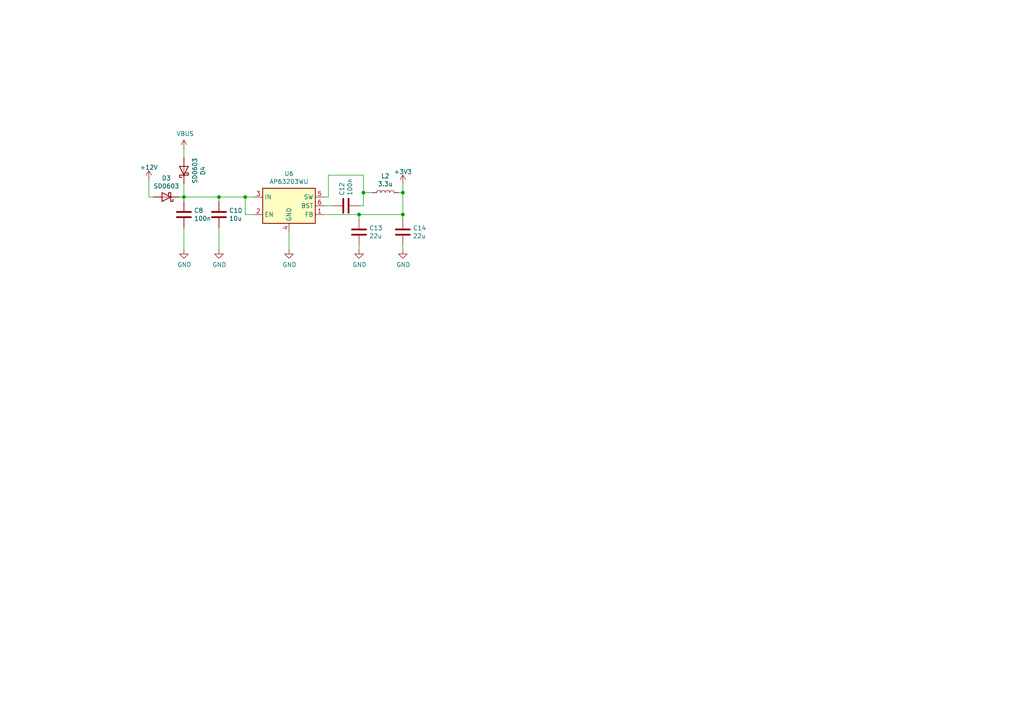
<source format=kicad_sch>
(kicad_sch (version 20230121) (generator eeschema)
  (paper "A4")
  (lib_symbols
    (symbol "Device:C" (pin_numbers hide) (pin_names (offset 0.254))
      (property "Reference" "C" (at 0.635 2.54 0))
      (property "Value" "C" (at 0.635 -2.54 0))
      (symbol "C_0_1"
        (polyline (pts (xy -2.032 -0.762) (xy 2.032 -0.762)) (stroke (width 0.508)))
        (polyline (pts (xy -2.032 0.762) (xy 2.032 0.762)) (stroke (width 0.508)))
      )
      (symbol "C_1_1"
        (pin passive line (at 0 3.81 270) (length 2.794) (name "~") (number "1"))
        (pin passive line (at 0 -3.81 90) (length 2.794) (name "~") (number "2"))
      )
    )
    (symbol "Device:D_Schottky" (pin_numbers hide) (pin_names (offset 1.016) hide)
      (property "Reference" "D" (at 0 2.54 0))
      (property "Value" "D_Schottky" (at 0 -2.54 0))
      (symbol "D_Schottky_0_1"
        (polyline (pts (xy 1.27 0) (xy -1.27 0)))
        (polyline (pts (xy 1.27 1.27) (xy 1.27 -1.27) (xy -1.27 0) (xy 1.27 1.27)) (stroke (width 0.254)))
        (polyline (pts (xy -1.905 0.635) (xy -1.905 1.27) (xy -1.27 1.27) (xy -1.27 -1.27) (xy -0.635 -1.27) (xy -0.635 -0.635)) (stroke (width 0.254)))
      )
      (symbol "D_Schottky_1_1"
        (pin passive line (at -3.81 0 0) (length 2.54) (name "K") (number "1"))
        (pin passive line (at 3.81 0 180) (length 2.54) (name "A") (number "2"))
      )
    )
    (symbol "Device:L" (pin_numbers hide) (pin_names (offset 1.016) hide)
      (property "Reference" "L" (at -1.27 0 90))
      (property "Value" "L" (at 1.905 0 90))
      (symbol "L_0_1"
        (arc (start 0 -2.54) (mid 0.6323 -1.905) (end 0 -1.27))
        (arc (start 0 -1.27) (mid 0.6323 -0.635) (end 0 0))
        (arc (start 0 0) (mid 0.6323 0.635) (end 0 1.27))
        (arc (start 0 1.27) (mid 0.6323 1.905) (end 0 2.54))
      )
      (symbol "L_1_1"
        (pin passive line (at 0 3.81 270) (length 1.27) (name "1") (number "1"))
        (pin passive line (at 0 -3.81 90) (length 1.27) (name "2") (number "2"))
      )
    )
    (symbol "Regulator_Switching:AP63203WU"
      (property "Reference" "U" (at -7.62 6.35 0))
      (property "Value" "AP63203WU" (at 2.54 6.35 0))
      (symbol "AP63203WU_0_1"
        (rectangle (start -7.62 5.08) (end 7.62 -5.08) (stroke (width 0.254)) (fill (type background)))
      )
      (symbol "AP63203WU_1_1"
        (pin input line (at 10.16 -2.54 180) (length 2.54) (name "FB") (number "1"))
        (pin input line (at -10.16 -2.54 0) (length 2.54) (name "EN") (number "2"))
        (pin power_in line (at -10.16 2.54 0) (length 2.54) (name "IN") (number "3"))
        (pin power_in line (at 0 -7.62 90) (length 2.54) (name "GND") (number "4"))
        (pin output line (at 10.16 2.54 180) (length 2.54) (name "SW") (number "5"))
        (pin passive line (at 10.16 0 180) (length 2.54) (name "BST") (number "6"))
      )
    )
    (symbol "power:+12V" (power) (pin_names (offset 0))
      (property "Value" "+12V" (at 0 3.556 0))
      (symbol "+12V_0_1"
        (polyline (pts (xy -0.762 1.27) (xy 0 2.54)))
        (polyline (pts (xy 0 0) (xy 0 2.54)))
        (polyline (pts (xy 0 2.54) (xy 0.762 1.27)))
      )
      (symbol "+12V_1_1"
        (pin power_in line (at 0 0 90) (length 0) hide (name "+12V") (number "1"))
      )
    )
    (symbol "power:+3V3" (power) (pin_names (offset 0))
      (property "Value" "+3V3" (at 0 3.556 0))
      (symbol "+3V3_0_1"
        (polyline (pts (xy -0.762 1.27) (xy 0 2.54)))
        (polyline (pts (xy 0 0) (xy 0 2.54)))
        (polyline (pts (xy 0 2.54) (xy 0.762 1.27)))
      )
      (symbol "+3V3_1_1"
        (pin power_in line (at 0 0 90) (length 0) hide (name "+3V3") (number "1"))
      )
    )
    (symbol "power:GND" (power) (pin_names (offset 0))
      (property "Value" "GND" (at 0 -3.81 0))
      (symbol "GND_0_1"
        (polyline (pts (xy 0 0) (xy 0 -1.27) (xy 1.27 -1.27) (xy 0 -2.54) (xy -1.27 -1.27) (xy 0 -1.27)))
      )
      (symbol "GND_1_1"
        (pin power_in line (at 0 0 270) (length 0) hide (name "GND") (number "1"))
      )
    )
    (symbol "power:VBUS" (power) (pin_names (offset 0))
      (property "Value" "VBUS" (at 0 3.81 0))
      (symbol "VBUS_0_1"
        (polyline (pts (xy -0.762 1.27) (xy 0 2.54)))
        (polyline (pts (xy 0 0) (xy 0 2.54)))
        (polyline (pts (xy 0 2.54) (xy 0.762 1.27)))
      )
      (symbol "VBUS_1_1"
        (pin power_in line (at 0 0 90) (length 0) hide (name "VBUS") (number "1"))
      )
    )
  )
  (junction (at 53.34 57.15))
  (junction (at 71.12 57.15))
  (junction (at 116.84 55.88))
  (junction (at 104.14 62.23))
  (junction (at 116.84 62.23))
  (junction (at 105.41 55.88))
  (junction (at 63.5 57.15))
  (wire (pts (xy 105.41 55.88) (xy 105.41 50.8)))
  (wire (pts (xy 107.95 55.88) (xy 105.41 55.88)))
  (wire (pts (xy 93.98 57.15) (xy 95.25 57.15)))
  (wire (pts (xy 53.34 57.15) (xy 63.5 57.15)))
  (wire (pts (xy 116.84 53.34) (xy 116.84 55.88)))
  (wire (pts (xy 53.34 53.34) (xy 53.34 57.15)))
  (wire (pts (xy 116.84 55.88) (xy 116.84 62.23)))
  (wire (pts (xy 95.25 57.15) (xy 95.25 50.8)))
  (wire (pts (xy 71.12 57.15) (xy 73.66 57.15)))
  (wire (pts (xy 63.5 57.15) (xy 71.12 57.15)))
  (wire (pts (xy 53.34 72.39) (xy 53.34 66.04)))
  (wire (pts (xy 105.41 55.88) (xy 105.41 59.69)))
  (wire (pts (xy 73.66 62.23) (xy 71.12 62.23)))
  (wire (pts (xy 71.12 62.23) (xy 71.12 57.15)))
  (wire (pts (xy 96.52 59.69) (xy 93.98 59.69)))
  (wire (pts (xy 104.14 72.39) (xy 104.14 71.12)))
  (wire (pts (xy 63.5 58.42) (xy 63.5 57.15)))
  (wire (pts (xy 116.84 63.5) (xy 116.84 62.23)))
  (wire (pts (xy 53.34 43.18) (xy 53.34 45.72)))
  (wire (pts (xy 104.14 63.5) (xy 104.14 62.23)))
  (wire (pts (xy 52.07 57.15) (xy 53.34 57.15)))
  (wire (pts (xy 115.57 55.88) (xy 116.84 55.88)))
  (wire (pts (xy 53.34 57.15) (xy 53.34 58.42)))
  (wire (pts (xy 95.25 50.8) (xy 105.41 50.8)))
  (wire (pts (xy 104.14 59.69) (xy 105.41 59.69)))
  (wire (pts (xy 43.18 52.07) (xy 43.18 57.15)))
  (wire (pts (xy 104.14 62.23) (xy 116.84 62.23)))
  (wire (pts (xy 43.18 57.15) (xy 44.45 57.15)))
  (wire (pts (xy 116.84 72.39) (xy 116.84 71.12)))
  (wire (pts (xy 93.98 62.23) (xy 104.14 62.23)))
  (wire (pts (xy 63.5 72.39) (xy 63.5 66.04)))
  (wire (pts (xy 83.82 72.39) (xy 83.82 67.31)))
  (symbol (lib_id "Device:L") (at 111.76 55.88 90) (unit 1)
    (property "Reference" "L2" (at 111.76 51.054 90))
    (property "Value" "3.3u" (at 111.76 53.3654 90))
    (property "Footprint" "Inductor_SMD:L_0805_2012Metric" (effects hide))
    (property "Hersteller Nr." "IMC0805ER3R3J01" (effects hide))
    (property "Mouser Nr." "IMC0805ER3R3J01" (effects hide))
    (instances (project "PMC24_v1.3" (path "" (reference "L2") (unit 1))) (project "BallBalancer" (path "" (reference "L1") (unit 1))))
  )
  (symbol (lib_id "power:GND") (at 53.34 72.39 0) (unit 1)
    (property "Reference" "#PWR027" (effects hide))
    (property "Value" "GND" (at 53.467 76.7842 0))
    (instances (project "PMC24_v1.3" (path "" (reference "#PWR027") (unit 1))) (project "BallBalancer" (path "" (reference "#PWR032") (unit 1))))
  )
  (symbol (lib_id "Device:C") (at 104.14 67.31 180) (unit 1)
    (property "Reference" "C13" (at 107.061 66.1416 0) (effects (justify right)))
    (property "Value" "22u" (at 107.061 68.453 0) (effects (justify right)))
    (property "Footprint" "Capacitor_SMD:C_0603_1608Metric" (effects hide))
    (property "Hersteller Nr." "CL10A226MO7JZNC" (effects hide))
    (property "Mouser Nr." "187-CL10A226MO7JZNC" (effects hide))
    (instances (project "PMC24_v1.3" (path "" (reference "C13") (unit 1))) (project "BallBalancer" (path "" (reference "C11") (unit 1))))
  )
  (symbol (lib_id "Device:C") (at 53.34 62.23 0) (unit 1)
    (property "Reference" "C8" (at 56.261 61.0616 0) (effects (justify left)))
    (property "Value" "100n" (at 56.261 63.373 0) (effects (justify left)))
    (property "Footprint" "Capacitor_SMD:C_0603_1608Metric" (effects hide))
    (property "Hersteller Nr." "CL10B104KB8NNWC" (effects hide))
    (property "Mouser Nr." "187-CL10B104KB8NNWC" (effects hide))
  )
  (symbol (lib_id "power:GND") (at 116.84 72.39 0) (unit 1)
    (property "Reference" "#PWR033" (effects hide))
    (property "Value" "GND" (at 116.967 76.7842 0))
    (instances (project "PMC24_v1.3" (path "" (reference "#PWR033") (unit 1))) (project "BallBalancer" (path "" (reference "#PWR036") (unit 1))))
  )
  (symbol (lib_id "Device:C") (at 116.84 67.31 180) (unit 1)
    (property "Reference" "C14" (at 119.761 66.1416 0) (effects (justify right)))
    (property "Value" "22u" (at 119.761 68.453 0) (effects (justify right)))
    (property "Footprint" "Capacitor_SMD:C_0603_1608Metric" (effects hide))
    (property "Hersteller Nr." "CL10A226MO7JZNC" (effects hide))
    (property "Mouser Nr." "187-CL10A226MO7JZNC" (effects hide))
    (instances (project "PMC24_v1.3" (path "" (reference "C14") (unit 1))) (project "BallBalancer" (path "" (reference "C12") (unit 1))))
  )
  (symbol (lib_id "power:+3V3") (at 116.84 53.34 0) (unit 1)
    (property "Reference" "#PWR030" (effects hide))
    (property "Value" "+3V3" (at 116.84 49.8381 0))
  )
  (symbol (lib_id "power:+12V") (at 43.18 52.07 0) (unit 1)
    (property "Reference" "#PWR037" (effects hide))
    (property "Value" "+12V" (at 43.18 48.5681 0))
  )
  (symbol (lib_id "Device:C") (at 100.33 59.69 270) (unit 1)
    (property "Reference" "C12" (at 99.1616 56.769 0) (effects (justify right)))
    (property "Value" "100n" (at 101.473 56.769 0) (effects (justify right)))
    (property "Footprint" "Capacitor_SMD:C_0603_1608Metric" (effects hide))
    (property "Hersteller Nr." "CL10B104KB8NNWC" (effects hide))
    (property "Mouser Nr." "187-CL10B104KB8NNWC" (effects hide))
    (instances (project "PMC24_v1.3" (path "" (reference "C12") (unit 1))) (project "BallBalancer" (path "" (reference "C10") (unit 1))))
  )
  (symbol (lib_id "power:VBUS") (at 53.34 43.18 0) (unit 1)
    (property "Reference" "#PWR026" (effects hide))
    (property "Value" "VBUS" (at 53.721 38.7858 0))
    (instances (project "PMC24_v1.3" (path "" (reference "#PWR026") (unit 1))) (project "BallBalancer" (path "" (reference "#PWR031") (unit 1))))
  )
  (symbol (lib_id "Regulator_Switching:AP63203WU") (at 83.82 59.69 0) (unit 1)
    (property "Reference" "U6" (at 83.82 50.3682 0))
    (property "Value" "AP63203WU" (at 83.82 52.6796 0))
    (property "Footprint" "Package_TO_SOT_SMD:TSOT-23-6" (effects hide))
    (property "Datasheet" "https://www.diodes.com/assets/Datasheets/AP63200-AP63201-AP63203-AP63205.pdf" (effects hide))
    (property "Hersteller Nr." "AP63203WU-7" (effects hide))
    (property "Mouser Nr." "621-AP63203WU-7" (effects hide))
    (instances (project "PMC24_v1.3" (path "" (reference "U6") (unit 1))) (project "BallBalancer" (path "" (reference "U3") (unit 1))))
  )
  (symbol (lib_id "Device:D_Schottky") (at 53.34 49.53 90) (unit 1)
    (property "Reference" "D4" (at 58.8264 49.53 0))
    (property "Value" "SD0603" (at 56.515 49.53 0))
    (property "Footprint" "Diode_SMD:D_0603_1608Metric" (effects hide))
    (property "Datasheet" "https://www.mouser.ch/datasheet/2/40/schottky-776407.pdf" (effects hide))
    (property "Hersteller Nr." "SD0603S040S0R2" (effects hide))
    (property "Mouser Nr." "581-SD0603S040S0R2 " (effects hide))
    (instances (project "PMC24_v1.3" (path "" (reference "D4") (unit 1))) (project "BallBalancer" (path "" (reference "D10") (unit 1))))
  )
  (symbol (lib_id "power:GND") (at 63.5 72.39 0) (unit 1)
    (property "Reference" "#PWR029" (effects hide))
    (property "Value" "GND" (at 63.627 76.7842 0))
    (instances (project "PMC24_v1.3" (path "" (reference "#PWR029") (unit 1))) (project "BallBalancer" (path "" (reference "#PWR033") (unit 1))))
  )
  (symbol (lib_id "power:GND") (at 83.82 72.39 0) (unit 1)
    (property "Reference" "#PWR031" (effects hide))
    (property "Value" "GND" (at 83.947 76.7842 0))
    (instances (project "PMC24_v1.3" (path "" (reference "#PWR031") (unit 1))) (project "BallBalancer" (path "" (reference "#PWR034") (unit 1))))
  )
  (symbol (lib_id "Device:D_Schottky") (at 48.26 57.15 180) (unit 1)
    (property "Reference" "D3" (at 48.26 51.6636 0))
    (property "Value" "SD0603" (at 48.26 53.975 0))
    (property "Footprint" "Diode_SMD:D_0603_1608Metric" (effects hide))
    (property "Datasheet" "https://www.mouser.ch/datasheet/2/40/schottky-776407.pdf" (effects hide))
    (property "Hersteller Nr." "SD0603S040S0R2" (effects hide))
    (property "Mouser Nr." "581-SD0603S040S0R2 " (effects hide))
    (instances (project "PMC24_v1.3" (path "" (reference "D3") (unit 1))) (project "BallBalancer" (path "" (reference "D9") (unit 1))))
  )
  (symbol (lib_id "Device:C") (at 63.5 62.23 0) (unit 1)
    (property "Reference" "C10" (at 66.421 61.0616 0) (effects (justify left)))
    (property "Value" "10u" (at 66.421 63.373 0) (effects (justify left)))
    (property "Footprint" "Capacitor_SMD:C_0603_1608Metric" (effects hide))
    (property "Hersteller Nr." "GRM188R6YA106MA73D" (effects hide))
    (property "Mouser Nr." "81-GRM188R6YA106MA3D" (effects hide))
    (instances (project "PMC24_v1.3" (path "" (reference "C10") (unit 1))) (project "BallBalancer" (path "" (reference "C9") (unit 1))))
  )
  (symbol (lib_id "power:GND") (at 104.14 72.39 0) (unit 1)
    (property "Reference" "#PWR032" (effects hide))
    (property "Value" "GND" (at 104.267 76.7842 0))
    (instances (project "PMC24_v1.3" (path "" (reference "#PWR032") (unit 1))) (project "BallBalancer" (path "" (reference "#PWR035") (unit 1))))
  )
)
</source>
